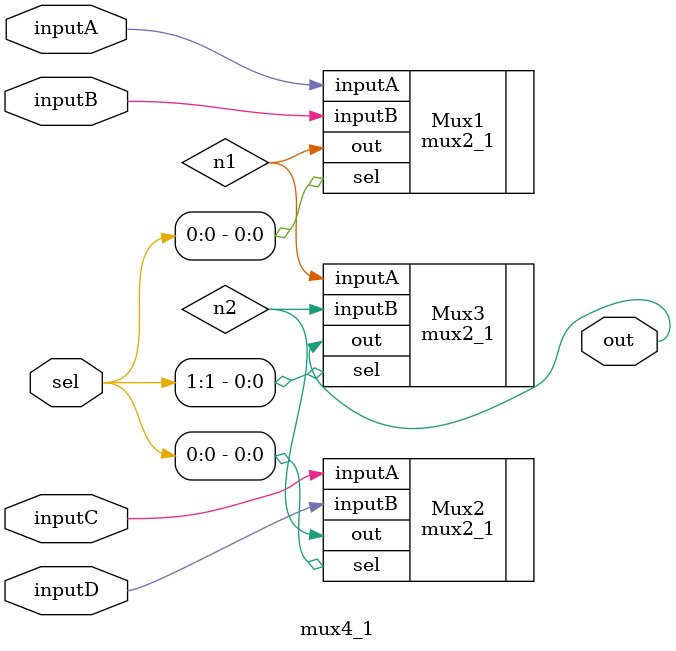
<source format=v>
/*
    CS/ECE 552 Spring '23
    Homework #1, Problem 1
	Authors: Yeon Jae Cho
    Group: 18
    4-1 mux template
*/
`default_nettype none
module mux4_1(out, inputA, inputB, inputC, inputD, sel);
    output wire      out;
    input wire       inputA, inputB, inputC, inputD;
    input wire [1:0] sel;

    // YOUR CODE HERE

    wire n1, n2;

// 4-to-1 multiplexer, two levels of muxing (A or B) & (C or D)

mux2_1 Mux1(.out(n1), .inputA(inputA), .inputB(inputB), .sel(sel[0]));  //AB mux

mux2_1 Mux2(.out(n2), .inputA(inputC), .inputB(inputD), .sel(sel[0]));  //CD mux

mux2_1 Mux3(.out(out), .inputA(n1), .inputB(n2), .sel(sel[1]));  //AB or CD mux
endmodule
`default_nettype wire

</source>
